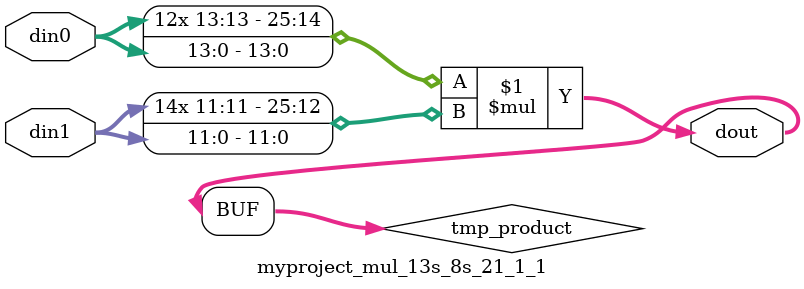
<source format=v>

`timescale 1 ns / 1 ps

 module myproject_mul_13s_8s_21_1_1(din0, din1, dout);
parameter ID = 1;
parameter NUM_STAGE = 0;
parameter din0_WIDTH = 14;
parameter din1_WIDTH = 12;
parameter dout_WIDTH = 26;

input [din0_WIDTH - 1 : 0] din0; 
input [din1_WIDTH - 1 : 0] din1; 
output [dout_WIDTH - 1 : 0] dout;

wire signed [dout_WIDTH - 1 : 0] tmp_product;



























assign tmp_product = $signed(din0) * $signed(din1);








assign dout = tmp_product;





















endmodule

</source>
